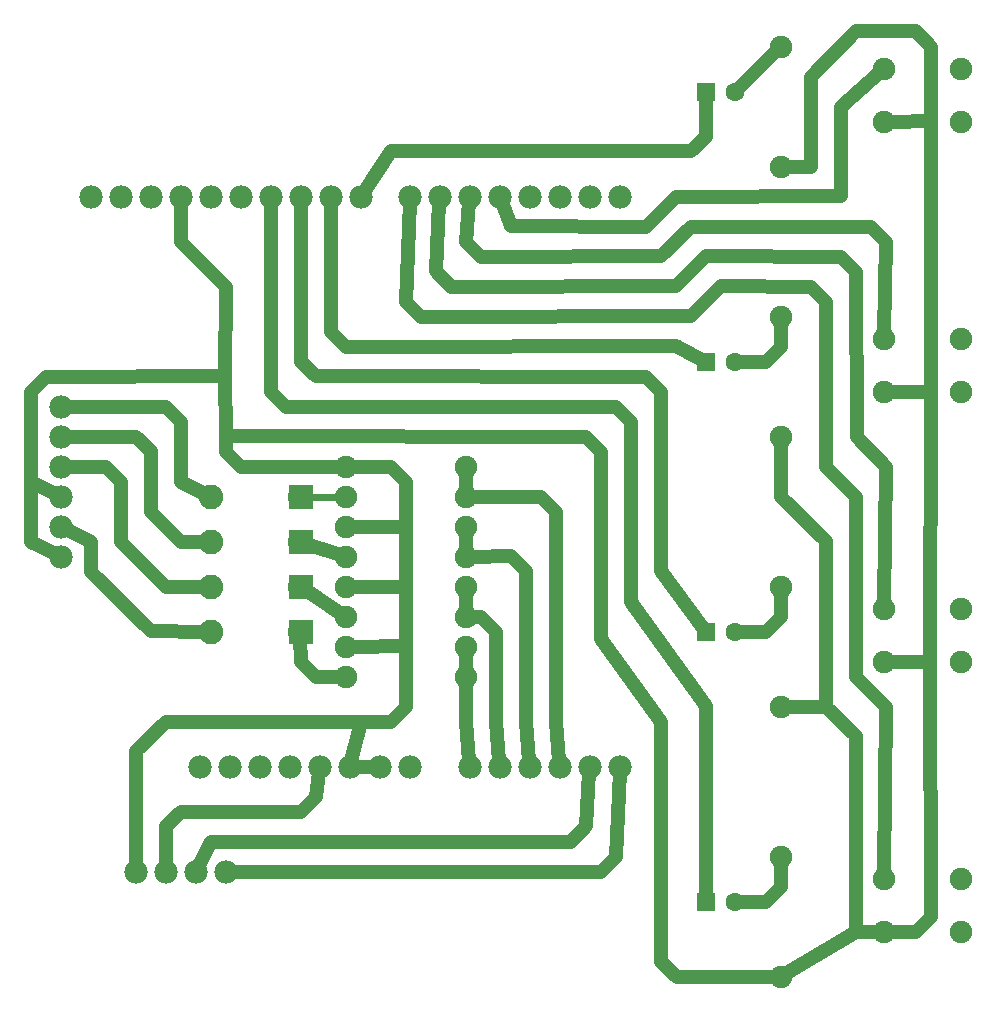
<source format=gbl>
G04 MADE WITH FRITZING*
G04 WWW.FRITZING.ORG*
G04 DOUBLE SIDED*
G04 HOLES PLATED*
G04 CONTOUR ON CENTER OF CONTOUR VECTOR*
%ASAXBY*%
%FSLAX23Y23*%
%MOIN*%
%OFA0B0*%
%SFA1.0B1.0*%
%ADD10C,0.075000*%
%ADD11C,0.062992*%
%ADD12C,0.082000*%
%ADD13C,0.078000*%
%ADD14R,0.062992X0.062992*%
%ADD15R,0.082000X0.082000*%
%ADD16C,0.048000*%
%ADD17C,0.024000*%
%LNCOPPER0*%
G90*
G70*
G54D10*
X2987Y415D03*
X3243Y415D03*
X2987Y238D03*
X3243Y238D03*
X2987Y1315D03*
X3243Y1315D03*
X2987Y1138D03*
X3243Y1138D03*
X2987Y2215D03*
X3243Y2215D03*
X2987Y2038D03*
X3243Y2038D03*
X2987Y3115D03*
X3243Y3115D03*
X2987Y2938D03*
X3243Y2938D03*
G54D11*
X2393Y338D03*
X2491Y338D03*
X2393Y1238D03*
X2491Y1238D03*
X2393Y2138D03*
X2491Y2138D03*
X2393Y3038D03*
X2491Y3038D03*
G54D10*
X2643Y88D03*
X2643Y488D03*
X2643Y988D03*
X2643Y1388D03*
X2643Y1888D03*
X2643Y2288D03*
X2643Y2788D03*
X2643Y3188D03*
G54D12*
X1041Y1238D03*
X743Y1238D03*
G54D10*
X1193Y1788D03*
X1593Y1788D03*
X1193Y1688D03*
X1593Y1688D03*
X1193Y1588D03*
X1593Y1588D03*
X1193Y1488D03*
X1593Y1488D03*
X1193Y1388D03*
X1593Y1388D03*
X1193Y1288D03*
X1593Y1288D03*
X1193Y1088D03*
X1593Y1088D03*
X1193Y1188D03*
X1593Y1188D03*
G54D13*
X243Y1988D03*
X243Y1888D03*
X243Y1788D03*
X243Y1688D03*
X243Y1488D03*
X243Y1588D03*
G54D12*
X1041Y1688D03*
X743Y1688D03*
X1041Y1538D03*
X743Y1538D03*
X1041Y1388D03*
X743Y1388D03*
G54D13*
X793Y438D03*
X693Y438D03*
X593Y438D03*
X493Y438D03*
X705Y788D03*
X805Y788D03*
X905Y788D03*
X1005Y788D03*
X1105Y788D03*
X1205Y788D03*
X1305Y788D03*
X1405Y788D03*
X1605Y788D03*
X1705Y788D03*
X1805Y788D03*
X1905Y788D03*
X2005Y788D03*
X2105Y788D03*
X2105Y2688D03*
X2005Y2688D03*
X1905Y2688D03*
X1805Y2688D03*
X1705Y2688D03*
X1605Y2688D03*
X1505Y2688D03*
X1405Y2688D03*
X1243Y2688D03*
X1143Y2688D03*
X1043Y2688D03*
X943Y2688D03*
X843Y2688D03*
X743Y2688D03*
X643Y2688D03*
X543Y2688D03*
X443Y2688D03*
X343Y2688D03*
G54D14*
X2393Y338D03*
X2393Y1238D03*
X2393Y2138D03*
X2393Y3038D03*
G54D15*
X1042Y1238D03*
X1042Y1688D03*
X1042Y1538D03*
X1042Y1388D03*
G54D16*
X1593Y938D02*
X1593Y1070D01*
D02*
X1604Y807D02*
X1593Y938D01*
D02*
X1693Y1238D02*
X1643Y1288D01*
D02*
X1692Y938D02*
X1693Y1238D01*
D02*
X1643Y1288D02*
X1593Y1288D01*
D02*
X1593Y1288D02*
X1608Y1278D01*
D02*
X1704Y807D02*
X1692Y938D01*
D02*
X1792Y938D02*
X1804Y807D01*
D02*
X1792Y1439D02*
X1792Y938D01*
D02*
X1742Y1489D02*
X1792Y1439D01*
D02*
X1611Y1488D02*
X1742Y1489D01*
D02*
X1894Y938D02*
X1904Y807D01*
D02*
X1894Y1637D02*
X1894Y938D01*
D02*
X1844Y1687D02*
X1894Y1637D01*
D02*
X1611Y1688D02*
X1844Y1687D01*
D02*
X1593Y1705D02*
X1593Y1770D01*
D02*
X1593Y1505D02*
X1593Y1570D01*
D02*
X1593Y1305D02*
X1593Y1370D01*
D02*
X1593Y1105D02*
X1593Y1170D01*
D02*
X1224Y788D02*
X1286Y788D01*
D02*
X1393Y1189D02*
X1211Y1188D01*
D02*
X1210Y806D02*
X1244Y938D01*
D02*
X1393Y1189D02*
X1393Y1387D01*
D02*
X1393Y1387D02*
X1211Y1388D01*
D02*
X1393Y1587D02*
X1393Y1387D01*
D02*
X1211Y1588D02*
X1393Y1587D01*
D02*
X1393Y1736D02*
X1393Y1587D01*
D02*
X1343Y1788D02*
X1393Y1736D01*
D02*
X1211Y1788D02*
X1343Y1788D01*
D02*
X1178Y1297D02*
X1059Y1376D01*
D02*
X1176Y1493D02*
X1061Y1531D01*
G54D17*
D02*
X1176Y1688D02*
X1062Y1688D01*
G54D16*
D02*
X593Y1988D02*
X644Y1938D01*
D02*
X644Y1737D02*
X724Y1697D01*
D02*
X644Y1938D02*
X644Y1737D01*
D02*
X262Y1988D02*
X593Y1988D01*
D02*
X644Y1538D02*
X722Y1538D01*
D02*
X542Y1839D02*
X542Y1637D01*
D02*
X492Y1888D02*
X542Y1839D01*
D02*
X542Y1637D02*
X644Y1538D01*
D02*
X262Y1888D02*
X492Y1888D01*
D02*
X594Y1388D02*
X722Y1388D01*
D02*
X393Y1788D02*
X442Y1737D01*
D02*
X442Y1737D02*
X442Y1538D01*
D02*
X442Y1538D02*
X594Y1388D01*
D02*
X262Y1788D02*
X393Y1788D01*
D02*
X143Y1738D02*
X144Y2038D01*
D02*
X193Y2088D02*
X791Y2090D01*
D02*
X144Y2038D02*
X193Y2088D01*
D02*
X226Y1696D02*
X143Y1738D01*
D02*
X2043Y438D02*
X812Y438D01*
D02*
X2094Y488D02*
X2043Y438D01*
D02*
X2105Y769D02*
X2094Y488D01*
D02*
X1993Y589D02*
X2004Y769D01*
D02*
X1944Y537D02*
X1993Y589D01*
D02*
X742Y537D02*
X1944Y537D01*
D02*
X701Y455D02*
X742Y537D01*
D02*
X494Y839D02*
X493Y457D01*
D02*
X1343Y938D02*
X1244Y938D01*
D02*
X1394Y987D02*
X1343Y938D01*
D02*
X1393Y1189D02*
X1394Y987D01*
D02*
X593Y938D02*
X494Y839D01*
D02*
X892Y938D02*
X593Y938D01*
D02*
X1244Y938D02*
X892Y938D01*
D02*
X592Y589D02*
X593Y457D01*
D02*
X644Y638D02*
X592Y589D01*
D02*
X1042Y638D02*
X644Y638D01*
D02*
X1094Y687D02*
X1042Y638D01*
D02*
X1103Y769D02*
X1094Y687D01*
D02*
X1393Y2338D02*
X1444Y2287D01*
D02*
X2743Y2388D02*
X2792Y2338D01*
D02*
X2792Y2338D02*
X2793Y1787D01*
D02*
X2793Y1787D02*
X2892Y1688D01*
D02*
X2892Y1688D02*
X2893Y1088D01*
D02*
X2343Y2289D02*
X2443Y2389D01*
D02*
X2992Y986D02*
X2987Y433D01*
D02*
X2893Y1088D02*
X2993Y986D01*
D02*
X2443Y2389D02*
X2743Y2388D01*
D02*
X1444Y2287D02*
X2343Y2289D01*
D02*
X1405Y2669D02*
X1393Y2338D01*
D02*
X1492Y2439D02*
X1543Y2388D01*
D02*
X2843Y2488D02*
X2892Y2438D01*
D02*
X2992Y1788D02*
X2987Y1333D01*
D02*
X2394Y2489D02*
X2843Y2488D01*
D02*
X2294Y2389D02*
X2394Y2489D01*
D02*
X2895Y1888D02*
X2992Y1788D01*
D02*
X2892Y2438D02*
X2895Y1888D01*
D02*
X1543Y2388D02*
X2294Y2389D01*
D02*
X1504Y2669D02*
X1492Y2439D01*
D02*
X1594Y2538D02*
X1644Y2487D01*
D02*
X2944Y2586D02*
X2993Y2538D01*
D02*
X2243Y2489D02*
X2343Y2586D01*
D02*
X2343Y2586D02*
X2944Y2586D01*
D02*
X2992Y2538D02*
X2987Y2232D01*
D02*
X1644Y2487D02*
X2243Y2489D01*
D02*
X1604Y2669D02*
X1594Y2538D01*
D02*
X2294Y2687D02*
X2844Y2689D01*
D02*
X2194Y2586D02*
X2294Y2687D01*
D02*
X2844Y2987D02*
X2974Y3103D01*
D02*
X2844Y2689D02*
X2844Y2987D01*
D02*
X1743Y2589D02*
X2194Y2586D01*
D02*
X1712Y2670D02*
X1743Y2589D01*
D02*
X2394Y2887D02*
X2343Y2839D01*
D02*
X1344Y2839D02*
X1254Y2704D01*
D02*
X2343Y2839D02*
X1344Y2839D01*
D02*
X2393Y3022D02*
X2394Y2887D01*
D02*
X1143Y2238D02*
X1143Y2669D01*
D02*
X2294Y2189D02*
X1193Y2188D01*
D02*
X1193Y2188D02*
X1143Y2238D01*
D02*
X2379Y2145D02*
X2294Y2189D01*
D02*
X2643Y2188D02*
X2643Y2270D01*
D02*
X2593Y2138D02*
X2643Y2188D01*
D02*
X2507Y2138D02*
X2593Y2138D01*
D02*
X2503Y3049D02*
X2631Y3176D01*
D02*
X2643Y1288D02*
X2643Y1370D01*
D02*
X2593Y1238D02*
X2643Y1288D01*
D02*
X2507Y1238D02*
X2593Y1238D01*
D02*
X2643Y388D02*
X2643Y470D01*
D02*
X2593Y338D02*
X2643Y388D01*
D02*
X2507Y338D02*
X2593Y338D01*
D02*
X2193Y2088D02*
X1094Y2089D01*
D02*
X1043Y2138D02*
X1043Y2669D01*
D02*
X2242Y1439D02*
X2243Y2038D01*
D02*
X2243Y2038D02*
X2193Y2088D01*
D02*
X1094Y2089D02*
X1043Y2138D01*
D02*
X2384Y1250D02*
X2242Y1439D01*
D02*
X2394Y989D02*
X2144Y1337D01*
D02*
X2093Y1988D02*
X992Y1988D01*
D02*
X943Y2038D02*
X943Y2669D01*
D02*
X2144Y1337D02*
X2144Y1937D01*
D02*
X2144Y1937D02*
X2093Y1988D01*
D02*
X992Y1988D02*
X943Y2038D01*
D02*
X2393Y354D02*
X2394Y989D01*
D02*
X791Y2090D02*
X792Y1889D01*
D02*
X792Y2388D02*
X791Y2090D01*
D02*
X2243Y138D02*
X2295Y88D01*
D02*
X1993Y1888D02*
X2042Y1838D01*
D02*
X2295Y88D02*
X2625Y88D01*
D02*
X2243Y938D02*
X2243Y138D01*
D02*
X2042Y1214D02*
X2243Y938D01*
D02*
X2042Y1838D02*
X2042Y1214D01*
D02*
X792Y1889D02*
X1993Y1888D01*
D02*
X643Y2538D02*
X792Y2388D01*
D02*
X643Y2669D02*
X643Y2538D01*
D02*
X793Y1838D02*
X792Y1889D01*
D02*
X843Y1787D02*
X793Y1838D01*
D02*
X1176Y1788D02*
X843Y1787D01*
D02*
X2892Y236D02*
X2970Y238D01*
D02*
X2658Y97D02*
X2892Y236D01*
D02*
X2892Y889D02*
X2892Y236D01*
D02*
X2792Y986D02*
X2892Y889D01*
D02*
X2661Y988D02*
X2792Y986D01*
D02*
X2792Y1539D02*
X2643Y1688D01*
D02*
X2643Y1688D02*
X2643Y1870D01*
D02*
X2792Y986D02*
X2792Y1539D01*
D02*
X3143Y288D02*
X3141Y1137D01*
D02*
X3141Y1137D02*
X3005Y1138D01*
D02*
X3093Y236D02*
X3143Y288D01*
D02*
X3005Y238D02*
X3093Y236D01*
D02*
X3142Y2038D02*
X3005Y2038D01*
D02*
X3141Y1137D02*
X3142Y2038D01*
D02*
X3144Y2939D02*
X3142Y2239D01*
D02*
X3142Y2239D02*
X3142Y2038D01*
D02*
X3093Y3239D02*
X3144Y3188D01*
D02*
X2743Y2786D02*
X2743Y3088D01*
D02*
X2743Y3088D02*
X2894Y3239D01*
D02*
X2894Y3239D02*
X3093Y3239D01*
D02*
X3144Y3188D02*
X3144Y2939D01*
D02*
X3144Y2939D02*
X3005Y2938D01*
D02*
X2661Y2788D02*
X2743Y2786D01*
D02*
X342Y1537D02*
X342Y1438D01*
D02*
X342Y1438D02*
X542Y1239D01*
D02*
X542Y1239D02*
X722Y1238D01*
D02*
X260Y1579D02*
X342Y1537D01*
D02*
X1093Y1087D02*
X1043Y1138D01*
D02*
X1043Y1138D02*
X1041Y1217D01*
D02*
X1176Y1088D02*
X1093Y1087D01*
D02*
X143Y1738D02*
X143Y1538D01*
D02*
X143Y1538D02*
X226Y1496D01*
G04 End of Copper0*
M02*
</source>
